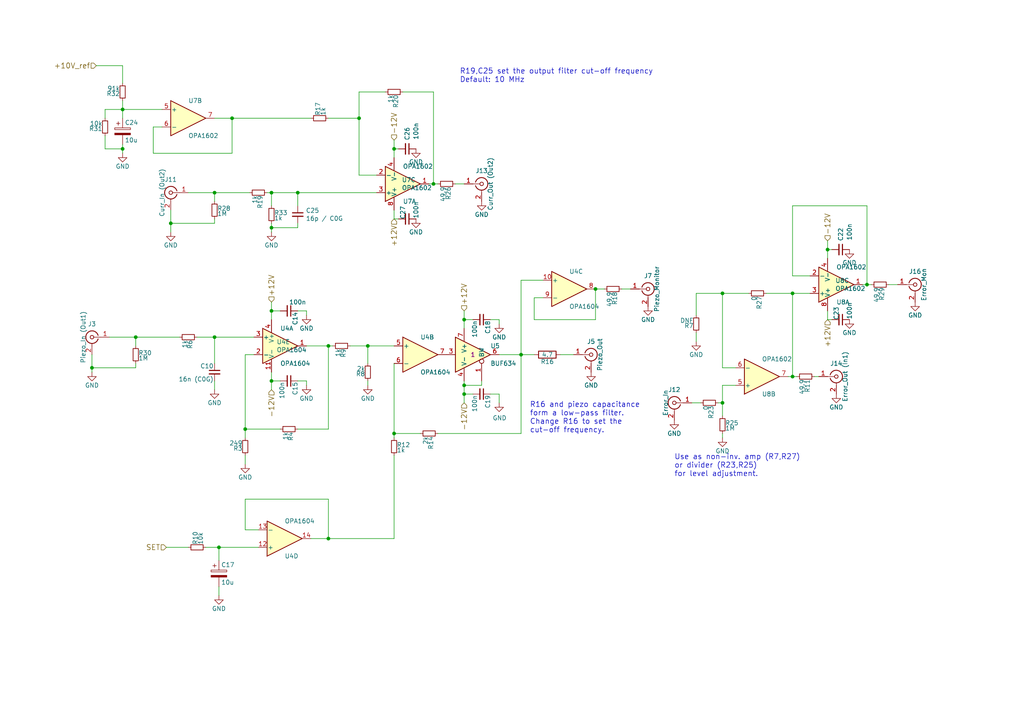
<source format=kicad_sch>
(kicad_sch (version 20230121) (generator eeschema)
  (paper "A4")
  (title_block (title "RedPitaya Lockbox") (date "2023-08-08") (rev "1.6.1") (company "Atoms-Photons-Quanta, Institut für Angewandte Physik, TU Darmstadt") (comment 1 "Tilman Preuschoff"))
  (lib_symbols
    (symbol "Amplifier_Operational:OPA1602" (pin_names (offset 0.127))
      (property "Reference" "U" (at 0 5.08 0))
      (property "Value" "OPA1602" (at 0 -5.08 0))
      (symbol "OPA1602_1_1"
        (polyline (pts (xy -5.08 5.08) (xy 5.08 0) (xy -5.08 -5.08) (xy -5.08 5.08)) (stroke (width 0.254)) (fill (type background)))
        (pin output line (at 7.62 0 180) (length 2.54) (name "~") (number "1"))
        (pin input line (at -7.62 -2.54 0) (length 2.54) (name "-") (number "2"))
        (pin input line (at -7.62 2.54 0) (length 2.54) (name "+") (number "3"))
      )
      (symbol "OPA1602_2_1"
        (polyline (pts (xy -5.08 5.08) (xy 5.08 0) (xy -5.08 -5.08) (xy -5.08 5.08)) (stroke (width 0.254)) (fill (type background)))
        (pin input line (at -7.62 2.54 0) (length 2.54) (name "+") (number "5"))
        (pin input line (at -7.62 -2.54 0) (length 2.54) (name "-") (number "6"))
        (pin output line (at 7.62 0 180) (length 2.54) (name "~") (number "7"))
      )
      (symbol "OPA1602_3_1"
        (pin power_in line (at -2.54 -7.62 90) (length 3.81) (name "V-") (number "4"))
        (pin power_in line (at -2.54 7.62 270) (length 3.81) (name "V+") (number "8"))
      )
    )
    (symbol "Amplifier_Operational:OPA1604" (pin_names (offset 0.127))
      (property "Reference" "U" (at 0 5.08 0))
      (property "Value" "OPA1604" (at 0 -5.08 0))
      (symbol "OPA1604_1_1"
        (polyline (pts (xy -5.08 5.08) (xy 5.08 0) (xy -5.08 -5.08) (xy -5.08 5.08)) (stroke (width 0.254)) (fill (type background)))
        (pin output line (at 7.62 0 180) (length 2.54) (name "~") (number "1"))
        (pin input line (at -7.62 -2.54 0) (length 2.54) (name "-") (number "2"))
        (pin input line (at -7.62 2.54 0) (length 2.54) (name "+") (number "3"))
      )
      (symbol "OPA1604_2_1"
        (polyline (pts (xy -5.08 5.08) (xy 5.08 0) (xy -5.08 -5.08) (xy -5.08 5.08)) (stroke (width 0.254)) (fill (type background)))
        (pin input line (at -7.62 2.54 0) (length 2.54) (name "+") (number "5"))
        (pin input line (at -7.62 -2.54 0) (length 2.54) (name "-") (number "6"))
        (pin output line (at 7.62 0 180) (length 2.54) (name "~") (number "7"))
      )
      (symbol "OPA1604_3_1"
        (polyline (pts (xy -5.08 5.08) (xy 5.08 0) (xy -5.08 -5.08) (xy -5.08 5.08)) (stroke (width 0.254)) (fill (type background)))
        (pin input line (at -7.62 2.54 0) (length 2.54) (name "+") (number "10"))
        (pin output line (at 7.62 0 180) (length 2.54) (name "~") (number "8"))
        (pin input line (at -7.62 -2.54 0) (length 2.54) (name "-") (number "9"))
      )
      (symbol "OPA1604_4_1"
        (polyline (pts (xy -5.08 5.08) (xy 5.08 0) (xy -5.08 -5.08) (xy -5.08 5.08)) (stroke (width 0.254)) (fill (type background)))
        (pin input line (at -7.62 2.54 0) (length 2.54) (name "+") (number "12"))
        (pin input line (at -7.62 -2.54 0) (length 2.54) (name "-") (number "13"))
        (pin output line (at 7.62 0 180) (length 2.54) (name "~") (number "14"))
      )
      (symbol "OPA1604_5_1"
        (pin power_in line (at -2.54 -7.62 90) (length 3.81) (name "V-") (number "11"))
        (pin power_in line (at -2.54 7.62 270) (length 3.81) (name "V+") (number "4"))
      )
    )
    (symbol "Connector:Conn_Coaxial" (pin_names (offset 1.016) hide)
      (property "Reference" "J" (at 0.254 3.048 0))
      (property "Value" "Conn_Coaxial" (at 2.921 0 90))
      (symbol "Conn_Coaxial_0_1"
        (arc (start -1.778 -0.508) (mid 0.2311 -1.8066) (end 1.778 0) (stroke (width 0.254)))
        (polyline (pts (xy -2.54 0) (xy -0.508 0)))
        (polyline (pts (xy 0 -2.54) (xy 0 -1.778)))
        (circle (center 0 0) (radius 0.508) (stroke (width 0.2032)))
        (arc (start 1.778 0) (mid 0.2099 1.8101) (end -1.778 0.508) (stroke (width 0.254)))
      )
      (symbol "Conn_Coaxial_1_1"
        (pin passive line (at -5.08 0 0) (length 2.54) (name "In") (number "1"))
        (pin passive line (at 0 -5.08 90) (length 2.54) (name "Ext") (number "2"))
      )
    )
    (symbol "Device:C_Polarized" (pin_numbers hide) (pin_names (offset 0.254))
      (property "Reference" "C" (at 0.635 2.54 0))
      (property "Value" "C_Polarized" (at 0.635 -2.54 0))
      (symbol "C_Polarized_0_1"
        (rectangle (start -2.286 0.508) (end 2.286 1.016))
        (polyline (pts (xy -1.778 2.286) (xy -0.762 2.286)))
        (polyline (pts (xy -1.27 2.794) (xy -1.27 1.778)))
        (rectangle (start 2.286 -0.508) (end -2.286 -1.016) (fill (type outline)))
      )
      (symbol "C_Polarized_1_1"
        (pin passive line (at 0 3.81 270) (length 2.794) (name "~") (number "1"))
        (pin passive line (at 0 -3.81 90) (length 2.794) (name "~") (number "2"))
      )
    )
    (symbol "Device:C_Small" (pin_numbers hide) (pin_names (offset 0.254) hide)
      (property "Reference" "C" (at 0.254 1.778 0))
      (property "Value" "C_Small" (at 0.254 -2.032 0))
      (symbol "C_Small_0_1"
        (polyline (pts (xy -1.524 -0.508) (xy 1.524 -0.508)) (stroke (width 0.3302)))
        (polyline (pts (xy -1.524 0.508) (xy 1.524 0.508)) (stroke (width 0.3048)))
      )
      (symbol "C_Small_1_1"
        (pin passive line (at 0 2.54 270) (length 2.032) (name "~") (number "1"))
        (pin passive line (at 0 -2.54 90) (length 2.032) (name "~") (number "2"))
      )
    )
    (symbol "Device:R" (pin_numbers hide) (pin_names (offset 0))
      (property "Reference" "R" (at 2.032 0 90))
      (property "Value" "R" (at 0 0 90))
      (symbol "R_0_1"
        (rectangle (start -1.016 -2.54) (end 1.016 2.54) (stroke (width 0.254)))
      )
      (symbol "R_1_1"
        (pin passive line (at 0 3.81 270) (length 1.27) (name "~") (number "1"))
        (pin passive line (at 0 -3.81 90) (length 1.27) (name "~") (number "2"))
      )
    )
    (symbol "Device:R_Small" (pin_numbers hide) (pin_names (offset 0.254) hide)
      (property "Reference" "R" (at 0.762 0.508 0))
      (property "Value" "R_Small" (at 0.762 -1.016 0))
      (symbol "R_Small_0_1"
        (rectangle (start -0.762 1.778) (end 0.762 -1.778) (stroke (width 0.2032)))
      )
      (symbol "R_Small_1_1"
        (pin passive line (at 0 2.54 270) (length 0.762) (name "~") (number "1"))
        (pin passive line (at 0 -2.54 90) (length 0.762) (name "~") (number "2"))
      )
    )
    (symbol "TexasInstruments:BUF634"
      (property "Reference" "U" (at 5.08 2.54 0))
      (property "Value" "BUF634" (at 5.08 -2.54 0))
      (property "Field4" "1" (at 0 0 0))
      (symbol "BUF634_0_1"
        (polyline (pts (xy 5.08 0) (xy -5.08 5.08) (xy -5.08 -5.08) (xy 5.08 0)) (stroke (width 0.254)) (fill (type background)))
        (pin power_in line (at -2.54 -7.62 90) (length 3.81) (name "V-") (number "4"))
        (pin power_in line (at -2.54 7.62 270) (length 3.81) (name "V+") (number "7"))
      )
      (symbol "BUF634_1_1"
        (pin passive inverted (at 2.54 -7.62 90) (length 6.35) (name "BW") (number "1"))
        (pin no_connect line (at 0 5.08 270) (length 2.54) hide (name "") (number "2"))
        (pin input line (at -7.62 0 0) (length 2.54) (name "~") (number "3"))
        (pin no_connect line (at 5.08 2.54 270) (length 2.54) hide (name "") (number "5"))
        (pin output line (at 7.62 0 180) (length 2.54) (name "~") (number "6"))
        (pin no_connect line (at 2.54 3.81 270) (length 2.54) hide (name "") (number "8"))
      )
    )
    (symbol "power:GND" (power) (pin_names (offset 0))
      (property "Value" "GND" (at 0 -3.81 0))
      (symbol "GND_0_1"
        (polyline (pts (xy 0 0) (xy 0 -1.27) (xy 1.27 -1.27) (xy 0 -2.54) (xy -1.27 -1.27) (xy 0 -1.27)))
      )
      (symbol "GND_1_1"
        (pin power_in line (at 0 0 270) (length 0) hide (name "GND") (number "1"))
      )
    )
  )
  (junction (at 67.31 34.29))
  (junction (at 229.87 85.09))
  (junction (at 78.74 90.17))
  (junction (at 86.36 55.88))
  (junction (at 39.37 97.79))
  (junction (at 71.12 124.46))
  (junction (at 35.56 43.18))
  (junction (at 62.23 55.88))
  (junction (at 209.55 116.84))
  (junction (at 26.67 106.68))
  (junction (at 106.68 100.33))
  (junction (at 134.62 114.3))
  (junction (at 134.62 92.71))
  (junction (at 114.3 43.18))
  (junction (at 78.74 66.04))
  (junction (at 114.3 125.73))
  (junction (at 240.03 72.39))
  (junction (at 63.5 158.75))
  (junction (at 134.62 111.76))
  (junction (at 104.14 34.29))
  (junction (at 49.53 64.77))
  (junction (at 172.72 83.82))
  (junction (at 209.55 85.09))
  (junction (at 62.23 97.79))
  (junction (at 125.73 53.34))
  (junction (at 151.13 102.87))
  (junction (at 78.74 110.49))
  (junction (at 229.87 109.22))
  (junction (at 95.25 156.21))
  (junction (at 78.74 55.88))
  (junction (at 35.56 31.75))
  (junction (at 251.46 82.55))
  (junction (at 95.25 100.33))
  (wire (pts (xy 88.9 100.33) (xy 95.25 100.33)))
  (wire (pts (xy 63.5 158.75) (xy 63.5 162.56)))
  (wire (pts (xy 104.14 34.29) (xy 104.14 50.8)))
  (wire (pts (xy 240.03 90.17) (xy 240.03 92.71)))
  (wire (pts (xy 78.74 113.03) (xy 78.74 110.49)))
  (wire (pts (xy 151.13 102.87) (xy 151.13 125.73)))
  (wire (pts (xy 63.5 158.75) (xy 74.93 158.75)))
  (wire (pts (xy 39.37 97.79) (xy 52.07 97.79)))
  (wire (pts (xy 54.61 55.88) (xy 62.23 55.88)))
  (wire (pts (xy 62.23 97.79) (xy 73.66 97.79)))
  (wire (pts (xy 101.6 100.33) (xy 106.68 100.33)))
  (wire (pts (xy 62.23 63.5) (xy 62.23 64.77)))
  (wire (pts (xy 62.23 64.77) (xy 49.53 64.77)))
  (wire (pts (xy 44.45 36.83) (xy 44.45 44.45)))
  (wire (pts (xy 229.87 109.22) (xy 231.14 109.22)))
  (wire (pts (xy 114.3 60.96) (xy 114.3 63.5)))
  (wire (pts (xy 200.66 116.84) (xy 203.2 116.84)))
  (wire (pts (xy 134.62 90.17) (xy 134.62 92.71)))
  (wire (pts (xy 114.3 125.73) (xy 114.3 127)))
  (wire (pts (xy 151.13 102.87) (xy 154.94 102.87)))
  (wire (pts (xy 49.53 64.77) (xy 49.53 67.31)))
  (wire (pts (xy 241.3 92.71) (xy 240.03 92.71)))
  (wire (pts (xy 67.31 34.29) (xy 90.17 34.29)))
  (wire (pts (xy 134.62 111.76) (xy 134.62 114.3)))
  (wire (pts (xy 48.26 158.75) (xy 54.61 158.75)))
  (wire (pts (xy 114.3 125.73) (xy 121.92 125.73)))
  (wire (pts (xy 229.87 59.69) (xy 229.87 80.01)))
  (wire (pts (xy 209.55 125.73) (xy 209.55 127)))
  (wire (pts (xy 139.7 111.76) (xy 139.7 110.49)))
  (wire (pts (xy 151.13 81.28) (xy 151.13 102.87)))
  (wire (pts (xy 151.13 125.73) (xy 127 125.73)))
  (wire (pts (xy 62.23 58.42) (xy 62.23 55.88)))
  (wire (pts (xy 124.46 53.34) (xy 125.73 53.34)))
  (wire (pts (xy 39.37 100.33) (xy 39.37 97.79)))
  (wire (pts (xy 125.73 26.67) (xy 125.73 53.34)))
  (wire (pts (xy 209.55 111.76) (xy 209.55 116.84)))
  (wire (pts (xy 209.55 106.68) (xy 213.36 106.68)))
  (wire (pts (xy 201.93 85.09) (xy 209.55 85.09)))
  (wire (pts (xy 86.36 90.17) (xy 88.9 90.17)))
  (wire (pts (xy 86.36 55.88) (xy 86.36 59.69)))
  (wire (pts (xy 257.81 82.55) (xy 260.35 82.55)))
  (wire (pts (xy 35.56 31.75) (xy 46.99 31.75)))
  (wire (pts (xy 86.36 66.04) (xy 86.36 64.77)))
  (wire (pts (xy 35.56 43.18) (xy 35.56 44.45)))
  (wire (pts (xy 67.31 34.29) (xy 62.23 34.29)))
  (wire (pts (xy 78.74 66.04) (xy 78.74 67.31)))
  (wire (pts (xy 71.12 153.67) (xy 71.12 144.78)))
  (wire (pts (xy 157.48 81.28) (xy 151.13 81.28)))
  (wire (pts (xy 30.48 31.75) (xy 35.56 31.75)))
  (wire (pts (xy 115.57 63.5) (xy 114.3 63.5)))
  (wire (pts (xy 116.84 26.67) (xy 125.73 26.67)))
  (wire (pts (xy 35.56 29.21) (xy 35.56 31.75)))
  (wire (pts (xy 106.68 100.33) (xy 114.3 100.33)))
  (wire (pts (xy 109.22 50.8) (xy 104.14 50.8)))
  (wire (pts (xy 49.53 64.77) (xy 49.53 60.96)))
  (wire (pts (xy 90.17 156.21) (xy 95.25 156.21)))
  (wire (pts (xy 63.5 170.18) (xy 63.5 172.72)))
  (wire (pts (xy 106.68 100.33) (xy 106.68 105.41)))
  (wire (pts (xy 35.56 41.91) (xy 35.56 43.18)))
  (wire (pts (xy 208.28 116.84) (xy 209.55 116.84)))
  (wire (pts (xy 95.25 34.29) (xy 104.14 34.29)))
  (wire (pts (xy 26.67 102.87) (xy 26.67 106.68)))
  (wire (pts (xy 142.24 92.71) (xy 144.78 92.71)))
  (wire (pts (xy 137.16 92.71) (xy 134.62 92.71)))
  (wire (pts (xy 78.74 87.63) (xy 78.74 90.17)))
  (wire (pts (xy 114.3 105.41) (xy 114.3 125.73)))
  (wire (pts (xy 209.55 111.76) (xy 213.36 111.76)))
  (wire (pts (xy 78.74 64.77) (xy 78.74 66.04)))
  (wire (pts (xy 229.87 59.69) (xy 251.46 59.69)))
  (wire (pts (xy 62.23 105.41) (xy 62.23 97.79)))
  (wire (pts (xy 78.74 55.88) (xy 86.36 55.88)))
  (wire (pts (xy 31.75 97.79) (xy 39.37 97.79)))
  (wire (pts (xy 132.08 53.34) (xy 134.62 53.34)))
  (wire (pts (xy 240.03 69.85) (xy 240.03 72.39)))
  (wire (pts (xy 88.9 110.49) (xy 88.9 111.76)))
  (wire (pts (xy 209.55 85.09) (xy 217.17 85.09)))
  (wire (pts (xy 95.25 156.21) (xy 114.3 156.21)))
  (wire (pts (xy 251.46 59.69) (xy 251.46 82.55)))
  (wire (pts (xy 62.23 113.03) (xy 62.23 110.49)))
  (wire (pts (xy 74.93 153.67) (xy 71.12 153.67)))
  (wire (pts (xy 144.78 92.71) (xy 144.78 93.98)))
  (wire (pts (xy 78.74 66.04) (xy 86.36 66.04)))
  (wire (pts (xy 71.12 124.46) (xy 71.12 127)))
  (wire (pts (xy 134.62 116.84) (xy 134.62 114.3)))
  (wire (pts (xy 172.72 83.82) (xy 175.26 83.82)))
  (wire (pts (xy 81.28 110.49) (xy 78.74 110.49)))
  (wire (pts (xy 86.36 124.46) (xy 95.25 124.46)))
  (wire (pts (xy 241.3 72.39) (xy 240.03 72.39)))
  (wire (pts (xy 134.62 92.71) (xy 134.62 95.25)))
  (wire (pts (xy 154.94 92.71) (xy 172.72 92.71)))
  (wire (pts (xy 95.25 124.46) (xy 95.25 100.33)))
  (wire (pts (xy 144.78 102.87) (xy 151.13 102.87)))
  (wire (pts (xy 95.25 144.78) (xy 95.25 156.21)))
  (wire (pts (xy 114.3 45.72) (xy 114.3 43.18)))
  (wire (pts (xy 154.94 86.36) (xy 154.94 92.71)))
  (wire (pts (xy 71.12 132.08) (xy 71.12 134.62)))
  (wire (pts (xy 229.87 109.22) (xy 229.87 85.09)))
  (wire (pts (xy 236.22 109.22) (xy 237.49 109.22)))
  (wire (pts (xy 59.69 158.75) (xy 63.5 158.75)))
  (wire (pts (xy 144.78 114.3) (xy 144.78 116.84)))
  (wire (pts (xy 115.57 43.18) (xy 114.3 43.18)))
  (wire (pts (xy 78.74 92.71) (xy 78.74 90.17)))
  (wire (pts (xy 46.99 36.83) (xy 44.45 36.83)))
  (wire (pts (xy 229.87 85.09) (xy 234.95 85.09)))
  (wire (pts (xy 209.55 106.68) (xy 209.55 85.09)))
  (wire (pts (xy 88.9 90.17) (xy 88.9 91.44)))
  (wire (pts (xy 114.3 40.64) (xy 114.3 43.18)))
  (wire (pts (xy 234.95 80.01) (xy 229.87 80.01)))
  (wire (pts (xy 240.03 74.93) (xy 240.03 72.39)))
  (wire (pts (xy 134.62 111.76) (xy 139.7 111.76)))
  (wire (pts (xy 30.48 39.37) (xy 30.48 43.18)))
  (wire (pts (xy 250.19 82.55) (xy 251.46 82.55)))
  (wire (pts (xy 166.37 102.87) (xy 162.56 102.87)))
  (wire (pts (xy 35.56 19.05) (xy 35.56 24.13)))
  (wire (pts (xy 27.94 19.05) (xy 35.56 19.05)))
  (wire (pts (xy 125.73 53.34) (xy 127 53.34)))
  (wire (pts (xy 39.37 105.41) (xy 39.37 106.68)))
  (wire (pts (xy 26.67 106.68) (xy 26.67 107.95)))
  (wire (pts (xy 182.88 83.82) (xy 180.34 83.82)))
  (wire (pts (xy 114.3 156.21) (xy 114.3 132.08)))
  (wire (pts (xy 78.74 55.88) (xy 78.74 59.69)))
  (wire (pts (xy 201.93 99.06) (xy 201.93 96.52)))
  (wire (pts (xy 157.48 86.36) (xy 154.94 86.36)))
  (wire (pts (xy 209.55 116.84) (xy 209.55 120.65)))
  (wire (pts (xy 228.6 109.22) (xy 229.87 109.22)))
  (wire (pts (xy 104.14 26.67) (xy 104.14 34.29)))
  (wire (pts (xy 86.36 110.49) (xy 88.9 110.49)))
  (wire (pts (xy 71.12 102.87) (xy 71.12 124.46)))
  (wire (pts (xy 201.93 91.44) (xy 201.93 85.09)))
  (wire (pts (xy 67.31 44.45) (xy 67.31 34.29)))
  (wire (pts (xy 57.15 97.79) (xy 62.23 97.79)))
  (wire (pts (xy 172.72 92.71) (xy 172.72 83.82)))
  (wire (pts (xy 30.48 43.18) (xy 35.56 43.18)))
  (wire (pts (xy 251.46 82.55) (xy 252.73 82.55)))
  (wire (pts (xy 137.16 114.3) (xy 134.62 114.3)))
  (wire (pts (xy 30.48 34.29) (xy 30.48 31.75)))
  (wire (pts (xy 71.12 144.78) (xy 95.25 144.78)))
  (wire (pts (xy 73.66 102.87) (xy 71.12 102.87)))
  (wire (pts (xy 78.74 110.49) (xy 78.74 107.95)))
  (wire (pts (xy 62.23 55.88) (xy 72.39 55.88)))
  (wire (pts (xy 134.62 110.49) (xy 134.62 111.76)))
  (wire (pts (xy 35.56 31.75) (xy 35.56 34.29)))
  (wire (pts (xy 86.36 55.88) (xy 109.22 55.88)))
  (wire (pts (xy 81.28 124.46) (xy 71.12 124.46)))
  (wire (pts (xy 81.28 90.17) (xy 78.74 90.17)))
  (wire (pts (xy 77.47 55.88) (xy 78.74 55.88)))
  (wire (pts (xy 222.25 85.09) (xy 229.87 85.09)))
  (wire (pts (xy 95.25 100.33) (xy 96.52 100.33)))
  (wire (pts (xy 142.24 114.3) (xy 144.78 114.3)))
  (wire (pts (xy 39.37 106.68) (xy 26.67 106.68)))
  (wire (pts (xy 104.14 26.67) (xy 111.76 26.67)))
  (wire (pts (xy 106.68 110.49) (xy 106.68 111.76)))
  (wire (pts (xy 44.45 44.45) (xy 67.31 44.45)))
  (text "R19,C25 set the output filter cut-off frequency \nDefault: 10 MHz" (at 133.35 24.13 0) (effects (font (size 1.524 1.524)) (justify left bottom)))
  (text "R16 and piezo capacitance\nform a low-pass filter. \nChange R16 to set the \ncut-off frequency." (at 153.67 125.73 0) (effects (font (size 1.524 1.524)) (justify left bottom)))
  (text "Use as non-inv. amp (R7,R27)\nor divider (R23,R25)\nfor level adjustment." (at 195.58 138.43 0) (effects (font (size 1.524 1.524)) (justify left bottom)))
  (hierarchical_label "+10V_ref" (shape input) (at 27.94 19.05 180) (effects (font (size 1.524 1.524))))
  (hierarchical_label "+12V" (shape input) (at 240.03 92.71 270) (effects (font (size 1.524 1.524))))
  (hierarchical_label "-12V" (shape input) (at 134.62 116.84 270) (effects (font (size 1.524 1.524))))
  (hierarchical_label "-12V" (shape input) (at 114.3 40.64 90) (effects (font (size 1.524 1.524))))
  (hierarchical_label "+12V" (shape input) (at 134.62 90.17 90) (effects (font (size 1.524 1.524))))
  (hierarchical_label "-12V" (shape input) (at 240.03 69.85 90) (effects (font (size 1.524 1.524))))
  (hierarchical_label "+12V" (shape input) (at 114.3 63.5 270) (effects (font (size 1.524 1.524))))
  (hierarchical_label "+12V" (shape input) (at 78.74 87.63 90) (effects (font (size 1.524 1.524))))
  (hierarchical_label "SET" (shape input) (at 48.26 158.75 180) (effects (font (size 1.524 1.524))))
  (hierarchical_label "-12V" (shape input) (at 78.74 113.03 270) (effects (font (size 1.524 1.524))))
  (symbol (lib_id "Amplifier_Operational:OPA1604") (at 121.92 102.87 0) (unit 2)
    (property "Reference" "U4" (at 121.92 97.79 0) (effects (justify left)))
    (property "Value" "OPA1604" (at 121.92 107.95 0) (effects (justify left)))
    (property "Footprint" "Package_SO:SOIC-14_3.9x8.7mm_P1.27mm" (effects hide))
    (property "Datasheet" "http://www.ti.com/lit/ds/symlink/opa1604.pdf" (effects hide))
    (property "MFN" "Texas Instruments" (effects hide))
    (property "PN" "OPA1604AIDR" (effects hide))
  )
  (symbol (lib_id "Device:C_Small") (at 83.82 90.17 270) (unit 1)
    (property "Reference" "C14" (at 85.598 90.424 0) (effects (justify left)))
    (property "Value" "100n" (at 83.82 87.63 90) (effects (justify left)))
    (property "Footprint" "Capacitor_SMD:C_0603_1608Metric" (effects hide))
    (property "MFN" "Kemet" (effects hide))
    (property "PN" "C0603C104K5RECAUTO" (effects hide))
  )
  (symbol (lib_id "power:GND") (at 88.9 91.44 0) (unit 1)
    (property "Reference" "#PWR012" (effects hide))
    (property "Value" "GND" (at 88.9 95.25 0))
  )
  (symbol (lib_id "power:GND") (at 88.9 111.76 0) (unit 1)
    (property "Reference" "#PWR013" (effects hide))
    (property "Value" "GND" (at 88.9 115.57 0))
  )
  (symbol (lib_id "Connector:Conn_Coaxial") (at 26.67 97.79 0) (mirror y) (unit 1)
    (property "Reference" "J3" (at 26.67 93.98 0))
    (property "Value" "Piezo_In (Out1)" (at 24.13 97.79 90))
    (property "Footprint" "Connector_Coaxial:SMA_Amphenol_132134_Vertical" (effects hide))
    (property "MFN" "Amphenol" (effects hide))
    (property "PN" "901-144-8RFX" (effects hide))
  )
  (symbol (lib_id "power:GND") (at 26.67 107.95 0) (unit 1)
    (property "Reference" "#PWR014" (effects hide))
    (property "Value" "GND" (at 26.67 111.76 0))
  )
  (symbol (lib_id "power:GND") (at 62.23 113.03 0) (unit 1)
    (property "Reference" "#PWR015" (effects hide))
    (property "Value" "GND" (at 62.23 116.84 0))
  )
  (symbol (lib_id "TexasInstruments:BUF634") (at 137.16 102.87 0) (unit 1)
    (property "Reference" "U5" (at 142.24 100.33 0) (effects (justify left)))
    (property "Value" "BUF634" (at 142.24 105.41 0) (effects (justify left)))
    (property "Footprint" "Package_SO:SOIC-8_3.9x4.9mm_P1.27mm" (effects hide))
    (property "MFN" "Texas Instruments" (effects hide))
    (property "PN" "BUF634AIDR" (effects hide))
    (property "Field4" "1" (at 137.16 102.87 0))
  )
  (symbol (lib_id "power:GND") (at 144.78 93.98 0) (unit 1)
    (property "Reference" "#PWR016" (effects hide))
    (property "Value" "GND" (at 144.78 97.79 0))
  )
  (symbol (lib_id "Device:R") (at 158.75 102.87 270) (unit 1)
    (property "Reference" "R16" (at 158.75 104.902 90))
    (property "Value" "4.7" (at 158.75 102.87 90))
    (property "Footprint" "Resistor_SMD:R_1210_3225Metric" (effects hide))
    (property "MFN" "Panasonic" (effects hide))
    (property "PN" "ERJ-14YJ4R7U" (effects hide))
  )
  (symbol (lib_id "Connector:Conn_Coaxial") (at 171.45 102.87 0) (unit 1)
    (property "Reference" "J5" (at 171.45 99.06 0))
    (property "Value" "Piezo_Out" (at 173.99 102.87 90))
    (property "Footprint" "Connector_Coaxial:SMA_Amphenol_132134_Vertical" (effects hide))
    (property "MFN" "Amphenol" (effects hide))
    (property "PN" "901-144-8RFX" (effects hide))
  )
  (symbol (lib_id "power:GND") (at 171.45 107.95 0) (unit 1)
    (property "Reference" "#PWR017" (effects hide))
    (property "Value" "GND" (at 171.45 111.76 0))
  )
  (symbol (lib_id "Amplifier_Operational:OPA1604") (at 165.1 83.82 0) (unit 3)
    (property "Reference" "U4" (at 165.1 78.74 0) (effects (justify left)))
    (property "Value" "OPA1604" (at 165.1 88.9 0) (effects (justify left)))
    (property "Footprint" "Package_SO:SOIC-14_3.9x8.7mm_P1.27mm" (effects hide))
    (property "Datasheet" "http://www.ti.com/lit/ds/symlink/opa1604.pdf" (effects hide))
    (property "MFN" "Texas Instruments" (effects hide))
    (property "PN" "OPA1604AIDR" (effects hide))
  )
  (symbol (lib_id "Device:R_Small") (at 177.8 83.82 270) (unit 1)
    (property "Reference" "R18" (at 178.308 84.582 0) (effects (justify left)))
    (property "Value" "49.9" (at 176.784 84.582 0) (effects (justify left)))
    (property "Footprint" "Resistor_SMD:R_1210_3225Metric" (effects hide))
    (property "MFN" "Yageo" (effects hide))
    (property "PN" "RC1210FR-0749R9L" (effects hide))
  )
  (symbol (lib_id "Connector:Conn_Coaxial") (at 187.96 83.82 0) (unit 1)
    (property "Reference" "J7" (at 187.96 80.01 0))
    (property "Value" "Piezo_Monitor" (at 190.5 83.82 90))
    (property "Footprint" "Connector_Coaxial:SMA_Amphenol_132134_Vertical" (effects hide))
    (property "MFN" "Amphenol" (effects hide))
    (property "PN" "901-144-8RFX" (effects hide))
  )
  (symbol (lib_id "power:GND") (at 187.96 88.9 0) (unit 1)
    (property "Reference" "#PWR018" (effects hide))
    (property "Value" "GND" (at 187.96 92.71 0))
  )
  (symbol (lib_id "Amplifier_Operational:OPA1604") (at 81.28 100.33 0) (unit 1)
    (property "Reference" "U4" (at 81.28 95.25 0) (effects (justify left)))
    (property "Value" "OPA1604" (at 81.28 105.41 0) (effects (justify left)))
    (property "Footprint" "Package_SO:SOIC-14_3.9x8.7mm_P1.27mm" (effects hide))
    (property "Datasheet" "http://www.ti.com/lit/ds/symlink/opa1604.pdf" (effects hide))
    (property "MFN" "Texas Instruments" (effects hide))
    (property "PN" "OPA1604AIDR" (effects hide))
  )
  (symbol (lib_id "Device:C_Small") (at 83.82 110.49 270) (unit 1)
    (property "Reference" "C15" (at 85.598 110.744 0) (effects (justify left)))
    (property "Value" "100n" (at 81.788 110.744 0) (effects (justify left)))
    (property "Footprint" "Capacitor_SMD:C_0603_1608Metric" (effects hide))
    (property "MFN" "Kemet" (effects hide))
    (property "PN" "C0603C104K5RECAUTO" (effects hide))
  )
  (symbol (lib_id "Device:R_Small") (at 99.06 100.33 270) (unit 1)
    (property "Reference" "R9" (at 99.568 101.092 0) (effects (justify left)))
    (property "Value" "1k" (at 98.044 101.092 0) (effects (justify left)))
    (property "Footprint" "Resistor_SMD:R_0603_1608Metric" (effects hide))
    (property "MFN" "Susumu" (effects hide))
    (property "PN" "RR0816P-102-D" (effects hide))
  )
  (symbol (lib_id "Device:R_Small") (at 124.46 125.73 270) (unit 1)
    (property "Reference" "R14" (at 124.968 126.492 0) (effects (justify left)))
    (property "Value" "2k" (at 123.444 126.492 0) (effects (justify left)))
    (property "Footprint" "Resistor_SMD:R_0603_1608Metric" (effects hide))
    (property "MFN" "Susumu" (effects hide))
    (property "PN" "RR0816P-202-D" (effects hide))
  )
  (symbol (lib_id "Device:R_Small") (at 114.3 129.54 0) (unit 1)
    (property "Reference" "R12" (at 115.062 129.032 0) (effects (justify left)))
    (property "Value" "1k" (at 115.062 130.556 0) (effects (justify left)))
    (property "Footprint" "Resistor_SMD:R_0603_1608Metric" (effects hide))
    (property "MFN" "Susumu" (effects hide))
    (property "PN" "RR0816P-102-D" (effects hide))
  )
  (symbol (lib_id "power:GND") (at 106.68 111.76 0) (unit 1)
    (property "Reference" "#PWR029" (effects hide))
    (property "Value" "GND" (at 106.68 115.57 0))
  )
  (symbol (lib_id "Connector:Conn_Coaxial") (at 242.57 109.22 0) (unit 1)
    (property "Reference" "J14" (at 242.57 105.41 0))
    (property "Value" "Error_Out (In1)" (at 245.11 109.22 90))
    (property "Footprint" "Connector_Coaxial:SMA_Amphenol_132134_Vertical" (effects hide))
    (property "MFN" "Amphenol" (effects hide))
    (property "PN" "901-144-8RFX" (effects hide))
  )
  (symbol (lib_id "Connector:Conn_Coaxial") (at 195.58 116.84 0) (mirror y) (unit 1)
    (property "Reference" "J12" (at 195.58 113.03 0))
    (property "Value" "Error_In" (at 193.04 116.84 90))
    (property "Footprint" "Connector_Coaxial:SMA_Amphenol_132134_Vertical" (effects hide))
    (property "MFN" "Amphenol" (effects hide))
    (property "PN" "901-144-8RFX" (effects hide))
  )
  (symbol (lib_id "Device:R_Small") (at 205.74 116.84 270) (unit 1)
    (property "Reference" "R23" (at 206.248 117.602 0) (effects (justify left)))
    (property "Value" "0" (at 204.724 117.602 0) (effects (justify left)))
    (property "Footprint" "Resistor_SMD:R_0603_1608Metric" (effects hide))
    (property "MFN" "Vishay" (effects hide))
    (property "PN" "CRCW06030000Z0EB" (effects hide))
  )
  (symbol (lib_id "Device:R_Small") (at 209.55 123.19 0) (unit 1)
    (property "Reference" "R25" (at 210.312 122.682 0) (effects (justify left)))
    (property "Value" "1M" (at 210.312 124.206 0) (effects (justify left)))
    (property "Footprint" "Resistor_SMD:R_0603_1608Metric" (effects hide))
    (property "MFN" "Panasonic" (effects hide))
    (property "PN" "ERJ-3RED1004V" (effects hide))
  )
  (symbol (lib_id "Device:R_Small") (at 219.71 85.09 270) (unit 1)
    (property "Reference" "R27" (at 220.218 85.852 0) (effects (justify left)))
    (property "Value" "0" (at 218.694 85.852 0) (effects (justify left)))
    (property "Footprint" "Resistor_SMD:R_0603_1608Metric" (effects hide))
    (property "MFN" "Vishay" (effects hide))
    (property "PN" "CRCW06030000Z0EB" (effects hide))
  )
  (symbol (lib_id "power:GND") (at 242.57 114.3 0) (unit 1)
    (property "Reference" "#PWR020" (effects hide))
    (property "Value" "GND" (at 242.57 118.11 0))
  )
  (symbol (lib_id "power:GND") (at 209.55 127 0) (unit 1)
    (property "Reference" "#PWR021" (effects hide))
    (property "Value" "GND" (at 209.55 130.81 0))
  )
  (symbol (lib_id "power:GND") (at 195.58 121.92 0) (unit 1)
    (property "Reference" "#PWR022" (effects hide))
    (property "Value" "GND" (at 195.58 125.73 0))
  )
  (symbol (lib_id "Amplifier_Operational:OPA1604") (at 82.55 156.21 0) (mirror x) (unit 4)
    (property "Reference" "U4" (at 82.55 161.29 0) (effects (justify left)))
    (property "Value" "OPA1604" (at 82.55 151.13 0) (effects (justify left)))
    (property "Footprint" "Package_SO:SOIC-14_3.9x8.7mm_P1.27mm" (effects hide))
    (property "Datasheet" "http://www.ti.com/lit/ds/symlink/opa1604.pdf" (effects hide))
    (property "MFN" "Texas Instruments" (effects hide))
    (property "PN" "OPA1604AIDR" (effects hide))
  )
  (symbol (lib_id "Connector:Conn_Coaxial") (at 265.43 82.55 0) (unit 1)
    (property "Reference" "J16" (at 265.43 78.74 0))
    (property "Value" "Error_Mon" (at 267.97 82.55 90))
    (property "Footprint" "Connector_Coaxial:SMA_Amphenol_132134_Vertical" (effects hide))
    (property "MFN" "Amphenol" (effects hide))
    (property "PN" "901-144-8RFX" (effects hide))
  )
  (symbol (lib_id "Device:R_Small") (at 255.27 82.55 270) (unit 1)
    (property "Reference" "R29" (at 255.778 83.312 0) (effects (justify left)))
    (property "Value" "49.9" (at 254.254 83.312 0) (effects (justify left)))
    (property "Footprint" "Resistor_SMD:R_1210_3225Metric" (effects hide))
    (property "MFN" "Yageo" (effects hide))
    (property "PN" "RC1210FR-0749R9L" (effects hide))
  )
  (symbol (lib_id "power:GND") (at 265.43 87.63 0) (unit 1)
    (property "Reference" "#PWR023" (effects hide))
    (property "Value" "GND" (at 265.43 91.44 0))
  )
  (symbol (lib_id "Amplifier_Operational:OPA1602") (at 220.98 109.22 0) (mirror x) (unit 2)
    (property "Reference" "U8" (at 220.98 114.3 0) (effects (justify left)))
    (property "Value" "OPA1602" (at 220.98 104.14 0) (effects (justify left)))
    (property "Footprint" "Package_SO:SOIC-8_3.9x4.9mm_P1.27mm" (effects hide))
    (property "Datasheet" "http://www.ti.com/lit/ds/symlink/opa1604.pdf" (effects hide))
    (property "MFN" "Texas Instruments" (effects hide))
    (property "PN" "OPA1602AIDR" (effects hide))
  )
  (symbol (lib_id "power:GND") (at 246.38 72.39 0) (unit 1)
    (property "Reference" "#PWR024" (effects hide))
    (property "Value" "GND" (at 246.38 76.2 0))
  )
  (symbol (lib_id "power:GND") (at 246.38 92.71 0) (unit 1)
    (property "Reference" "#PWR025" (effects hide))
    (property "Value" "GND" (at 246.38 96.52 0))
  )
  (symbol (lib_id "Device:R_Small") (at 201.93 93.98 180) (unit 1)
    (property "Reference" "R7" (at 201.168 94.488 0) (effects (justify left)))
    (property "Value" "DNF" (at 201.168 92.964 0) (effects (justify left)))
    (property "Footprint" "Resistor_SMD:R_0603_1608Metric" (effects hide))
    (property "Config" "DNF" (effects hide))
  )
  (symbol (lib_id "power:GND") (at 201.93 99.06 0) (unit 1)
    (property "Reference" "#PWR026" (effects hide))
    (property "Value" "GND" (at 201.93 102.87 0))
  )
  (symbol (lib_id "Amplifier_Operational:OPA1602") (at 242.57 82.55 0) (mirror x) (unit 1)
    (property "Reference" "U8" (at 242.57 87.63 0) (effects (justify left)))
    (property "Value" "OPA1602" (at 242.57 77.47 0) (effects (justify left)))
    (property "Footprint" "Package_SO:SOIC-8_3.9x4.9mm_P1.27mm" (effects hide))
    (property "Datasheet" "http://www.ti.com/lit/ds/symlink/opa1604.pdf" (effects hide))
    (property "MFN" "Texas Instruments" (effects hide))
    (property "PN" "OPA1602AIDR" (effects hide))
  )
  (symbol (lib_id "Device:C_Small") (at 62.23 107.95 0) (mirror y) (unit 1)
    (property "Reference" "C10" (at 61.976 106.172 0) (effects (justify left)))
    (property "Value" "16n (C0G)" (at 61.976 109.982 0) (effects (justify left)))
    (property "Footprint" "Capacitor_SMD:C_1206_3216Metric" (effects hide))
    (property "MFN" "Murata Electronics" (effects hide))
    (property "PN" "GRM3195C1H163JA01D" (effects hide))
  )
  (symbol (lib_id "power:GND") (at 63.5 172.72 0) (unit 1)
    (property "Reference" "#PWR027" (effects hide))
    (property "Value" "GND" (at 63.5 176.53 0))
  )
  (symbol (lib_id "Device:R_Small") (at 233.68 109.22 270) (unit 1)
    (property "Reference" "R11" (at 234.188 109.982 0) (effects (justify left)))
    (property "Value" "49.9" (at 232.664 109.982 0) (effects (justify left)))
    (property "Footprint" "Resistor_SMD:R_1210_3225Metric" (effects hide))
    (property "MFN" "Yageo" (effects hide))
    (property "PN" "RC1210FR-0749R9L" (effects hide))
  )
  (symbol (lib_id "Device:C_Small") (at 139.7 114.3 270) (unit 1)
    (property "Reference" "C19" (at 141.478 114.554 0) (effects (justify left)))
    (property "Value" "100n" (at 137.668 114.554 0) (effects (justify left)))
    (property "Footprint" "Capacitor_SMD:C_0603_1608Metric" (effects hide))
    (property "MFN" "Kemet" (effects hide))
    (property "PN" "C0603C104K5RECAUTO" (effects hide))
  )
  (symbol (lib_id "Device:C_Small") (at 139.7 92.71 270) (unit 1)
    (property "Reference" "C18" (at 141.478 92.964 0) (effects (justify left)))
    (property "Value" "100n" (at 137.668 92.964 0) (effects (justify left)))
    (property "Footprint" "Capacitor_SMD:C_0603_1608Metric" (effects hide))
    (property "MFN" "Kemet" (effects hide))
    (property "PN" "C0603C104K5RECAUTO" (effects hide))
  )
  (symbol (lib_id "Device:C_Small") (at 243.84 72.39 270) (unit 1)
    (property "Reference" "C22" (at 243.84 66.04 0) (effects (justify left)))
    (property "Value" "100n" (at 246.38 64.77 0) (effects (justify left)))
    (property "Footprint" "Capacitor_SMD:C_0603_1608Metric" (effects hide))
    (property "MFN" "Kemet" (effects hide))
    (property "PN" "C0603C104K5RECAUTO" (effects hide))
  )
  (symbol (lib_id "Device:C_Small") (at 243.84 92.71 270) (unit 1)
    (property "Reference" "C23" (at 242.57 88.9 0) (effects (justify left)))
    (property "Value" "100n" (at 246.38 87.63 0) (effects (justify left)))
    (property "Footprint" "Capacitor_SMD:C_0603_1608Metric" (effects hide))
    (property "MFN" "Kemet" (effects hide))
    (property "PN" "C0603C104K5RECAUTO" (effects hide))
  )
  (symbol (lib_id "Device:R_Small") (at 57.15 158.75 90) (unit 1)
    (property "Reference" "R10" (at 56.642 157.988 0) (effects (justify left)))
    (property "Value" "10k" (at 58.166 157.988 0) (effects (justify left)))
    (property "Footprint" "Resistor_SMD:R_0603_1608Metric" (effects hide))
    (property "MFN" "Susumu" (effects hide))
    (property "PN" "RR0816P-103-D" (effects hide))
  )
  (symbol (lib_id "Device:C_Polarized") (at 63.5 166.37 0) (unit 1)
    (property "Reference" "C17" (at 64.135 163.83 0) (effects (justify left)))
    (property "Value" "10u" (at 64.135 168.91 0) (effects (justify left)))
    (property "Footprint" "Capacitor_Tantalum_SMD:CP_EIA-3528-21_Kemet-B" (effects hide))
    (property "MFN" "AVX" (effects hide))
    (property "PN" "TCJB106M025R0150" (effects hide))
  )
  (symbol (lib_id "Device:R_Small") (at 54.61 97.79 270) (unit 1)
    (property "Reference" "R6" (at 55.118 98.552 0) (effects (justify left)))
    (property "Value" "1k" (at 53.594 98.552 0) (effects (justify left)))
    (property "Footprint" "Resistor_SMD:R_0603_1608Metric" (effects hide))
    (property "MFN" "Susumu" (effects hide))
    (property "PN" "RR0816P-102-D" (effects hide))
  )
  (symbol (lib_id "Device:R_Small") (at 83.82 124.46 270) (unit 1)
    (property "Reference" "R4" (at 84.328 125.222 0) (effects (justify left)))
    (property "Value" "1k" (at 82.804 125.222 0) (effects (justify left)))
    (property "Footprint" "Resistor_SMD:R_0603_1608Metric" (effects hide))
    (property "MFN" "Susumu" (effects hide))
    (property "PN" "RR0816P-102-D" (effects hide))
  )
  (symbol (lib_id "Device:R_Small") (at 71.12 129.54 180) (unit 1)
    (property "Reference" "R3" (at 70.358 130.048 0) (effects (justify left)))
    (property "Value" "249" (at 70.358 128.524 0) (effects (justify left)))
    (property "Footprint" "Resistor_SMD:R_0603_1608Metric" (effects hide))
    (property "MFN" "Vishay" (effects hide))
    (property "PN" "RCS0603249RFKEA" (effects hide))
  )
  (symbol (lib_id "power:GND") (at 71.12 134.62 0) (unit 1)
    (property "Reference" "#PWR028" (effects hide))
    (property "Value" "GND" (at 71.12 138.43 0))
  )
  (symbol (lib_id "power:GND") (at 144.78 116.84 0) (unit 1)
    (property "Reference" "#PWR0106" (effects hide))
    (property "Value" "GND" (at 144.907 121.2342 0))
  )
  (symbol (lib_id "Device:R_Small") (at 106.68 107.95 180) (unit 1)
    (property "Reference" "R8" (at 105.918 108.458 0) (effects (justify left)))
    (property "Value" "2k" (at 105.918 106.934 0) (effects (justify left)))
    (property "Footprint" "Resistor_SMD:R_0603_1608Metric" (effects hide))
    (property "MFN" "Susumu" (effects hide))
    (property "PN" "RR0816P-202-D" (effects hide))
  )
  (symbol (lib_id "Amplifier_Operational:OPA1604") (at 81.28 100.33 0) (unit 5)
    (property "Reference" "U4" (at 80.2132 99.1616 0) (effects (justify left)))
    (property "Value" "OPA1604" (at 80.2132 101.473 0) (effects (justify left)))
    (property "Footprint" "Package_SO:SOIC-14_3.9x8.7mm_P1.27mm" (effects hide))
    (property "Datasheet" "http://www.ti.com/lit/ds/symlink/opa1604.pdf" (effects hide))
    (property "MFN" "Texas Instruments" (effects hide))
    (property "PN" "OPA1604AIDR" (effects hide))
  )
  (symbol (lib_id "Amplifier_Operational:OPA1602") (at 237.49 82.55 180) (unit 3)
    (property "Reference" "U8" (at 242.2652 81.3816 0) (effects (justify right)))
    (property "Value" "OPA1602" (at 242.2652 83.693 0) (effects (justify right)))
    (property "Footprint" "Package_SO:SOIC-8_3.9x4.9mm_P1.27mm" (effects hide))
    (property "Datasheet" "http://www.ti.com/lit/ds/symlink/opa1604.pdf" (effects hide))
    (property "MFN" "Texas Instruments" (effects hide))
    (property "PN" "OPA1602AIDR" (effects hide))
  )
  (symbol (lib_id "Connector:Conn_Coaxial") (at 49.53 55.88 0) (mirror y) (unit 1)
    (property "Reference" "J11" (at 49.53 52.07 0))
    (property "Value" "Curr_In (Out2)" (at 46.99 55.88 90))
    (property "Footprint" "Connector_Coaxial:SMA_Amphenol_132134_Vertical" (effects hide))
    (property "MFN" "Amphenol" (effects hide))
    (property "PN" "901-144-8RFX" (effects hide))
  )
  (symbol (lib_id "power:GND") (at 78.74 67.31 0) (unit 1)
    (property "Reference" "#PWR0112" (effects hide))
    (property "Value" "GND" (at 78.74 71.12 0))
  )
  (symbol (lib_id "power:GND") (at 49.53 67.31 0) (unit 1)
    (property "Reference" "#PWR0113" (effects hide))
    (property "Value" "GND" (at 49.53 71.12 0))
  )
  (symbol (lib_id "Connector:Conn_Coaxial") (at 139.7 53.34 0) (unit 1)
    (property "Reference" "J13" (at 139.7 49.53 0))
    (property "Value" "Curr_Out (Out2)" (at 142.24 53.34 90))
    (property "Footprint" "Connector_Coaxial:SMA_Amphenol_132134_Vertical" (effects hide))
    (property "MFN" "Amphenol" (effects hide))
    (property "PN" "901-144-8RFX" (effects hide))
  )
  (symbol (lib_id "Device:R_Small") (at 129.54 53.34 270) (unit 1)
    (property "Reference" "R26" (at 130.048 54.102 0) (effects (justify left)))
    (property "Value" "49.9" (at 128.524 54.102 0) (effects (justify left)))
    (property "Footprint" "Resistor_SMD:R_1210_3225Metric" (effects hide))
    (property "MFN" "Yageo" (effects hide))
    (property "PN" "RC1210FR-0749R9L" (effects hide))
  )
  (symbol (lib_id "power:GND") (at 139.7 58.42 0) (unit 1)
    (property "Reference" "#PWR0114" (effects hide))
    (property "Value" "GND" (at 139.7 62.23 0))
  )
  (symbol (lib_id "Amplifier_Operational:OPA1602") (at 54.61 34.29 0) (unit 2)
    (property "Reference" "U7" (at 54.61 29.21 0) (effects (justify left)))
    (property "Value" "OPA1602" (at 54.61 39.37 0) (effects (justify left)))
    (property "Footprint" "Package_SO:SOIC-8_3.9x4.9mm_P1.27mm" (effects hide))
    (property "Datasheet" "http://www.ti.com/lit/ds/symlink/opa1604.pdf" (effects hide))
    (property "MFN" "Texas Instruments" (effects hide))
    (property "PN" "OPA1602AIDR" (effects hide))
  )
  (symbol (lib_id "power:GND") (at 120.65 43.18 0) (unit 1)
    (property "Reference" "#PWR0115" (effects hide))
    (property "Value" "GND" (at 120.65 46.99 0))
  )
  (symbol (lib_id "power:GND") (at 120.65 63.5 0) (unit 1)
    (property "Reference" "#PWR0116" (effects hide))
    (property "Value" "GND" (at 120.65 67.31 0))
  )
  (symbol (lib_id "power:GND") (at 35.56 44.45 0) (unit 1)
    (property "Reference" "#PWR0117" (effects hide))
    (property "Value" "GND" (at 35.56 48.26 0))
  )
  (symbol (lib_id "Amplifier_Operational:OPA1602") (at 116.84 53.34 0) (mirror x) (unit 1)
    (property "Reference" "U7" (at 116.84 58.42 0) (effects (justify left)))
    (property "Value" "OPA1602" (at 116.84 48.26 0) (effects (justify left)))
    (property "Footprint" "Package_SO:SOIC-8_3.9x4.9mm_P1.27mm" (effects hide))
    (property "Datasheet" "http://www.ti.com/lit/ds/symlink/opa1604.pdf" (effects hide))
    (property "MFN" "Texas Instruments" (effects hide))
    (property "PN" "OPA1602AIDR" (effects hide))
  )
  (symbol (lib_id "Device:C_Small") (at 118.11 43.18 270) (unit 1)
    (property "Reference" "C26" (at 118.11 36.83 0) (effects (justify left)))
    (property "Value" "100n" (at 120.65 35.56 0) (effects (justify left)))
    (property "Footprint" "Capacitor_SMD:C_0603_1608Metric" (effects hide))
    (property "MFN" "Kemet" (effects hide))
    (property "PN" "C0603C104K5RECAUTO" (effects hide))
  )
  (symbol (lib_id "Device:C_Small") (at 118.11 63.5 270) (unit 1)
    (property "Reference" "C27" (at 116.84 59.69 0) (effects (justify left)))
    (property "Value" "100n" (at 120.65 58.42 0) (effects (justify left)))
    (property "Footprint" "Capacitor_SMD:C_0603_1608Metric" (effects hide))
    (property "MFN" "Kemet" (effects hide))
    (property "PN" "C0603C104K5RECAUTO" (effects hide))
  )
  (symbol (lib_id "Amplifier_Operational:OPA1602") (at 111.76 53.34 180) (unit 3)
    (property "Reference" "U7" (at 116.5352 52.1716 0) (effects (justify right)))
    (property "Value" "OPA1602" (at 116.5352 54.483 0) (effects (justify right)))
    (property "Footprint" "Package_SO:SOIC-8_3.9x4.9mm_P1.27mm" (effects hide))
    (property "Datasheet" "http://www.ti.com/lit/ds/symlink/opa1604.pdf" (effects hide))
    (property "MFN" "Texas Instruments" (effects hide))
    (property "PN" "OPA1602AIDR" (effects hide))
  )
  (symbol (lib_id "Device:C_Small") (at 86.36 62.23 0) (unit 1)
    (property "Reference" "C25" (at 88.6968 61.0616 0) (effects (justify left)))
    (property "Value" "16p / C0G" (at 88.6968 63.373 0) (effects (justify left)))
    (property "Footprint" "Capacitor_SMD:C_0603_1608Metric" (effects hide))
    (property "MFN" "Murata Electronics" (effects hide))
    (property "PN" "GCM1885C2A160JA16D" (effects hide))
  )
  (symbol (lib_id "Device:R_Small") (at 62.23 60.96 0) (unit 1)
    (property "Reference" "R28" (at 62.992 60.452 0) (effects (justify left)))
    (property "Value" "1M" (at 62.992 61.976 0) (effects (justify left)))
    (property "Footprint" "Resistor_SMD:R_0603_1608Metric" (effects hide))
    (property "MFN" "Panasonic" (effects hide))
    (property "PN" "ERJ-3RED1004V" (effects hide))
  )
  (symbol (lib_id "Device:R_Small") (at 39.37 102.87 0) (unit 1)
    (property "Reference" "R30" (at 40.132 102.362 0) (effects (justify left)))
    (property "Value" "1M" (at 40.132 103.886 0) (effects (justify left)))
    (property "Footprint" "Resistor_SMD:R_0603_1608Metric" (effects hide))
    (property "MFN" "Panasonic" (effects hide))
    (property "PN" "ERJ-3RED1004V" (effects hide))
  )
  (symbol (lib_id "Device:R_Small") (at 78.74 62.23 0) (unit 1)
    (property "Reference" "R33" (at 79.502 61.722 0) (effects (justify left)))
    (property "Value" "1k" (at 79.502 63.246 0) (effects (justify left)))
    (property "Footprint" "Resistor_SMD:R_0603_1608Metric" (effects hide))
    (property "MFN" "Susumu" (effects hide))
    (property "PN" "RR0816P-102-D" (effects hide))
  )
  (symbol (lib_id "Device:R_Small") (at 114.3 26.67 270) (unit 1)
    (property "Reference" "R20" (at 114.808 27.432 0) (effects (justify left)))
    (property "Value" "1k" (at 113.284 27.432 0) (effects (justify left)))
    (property "Footprint" "Resistor_SMD:R_0603_1608Metric" (effects hide))
    (property "MFN" "Susumu" (effects hide))
    (property "PN" "RR0816P-102-D" (effects hide))
  )
  (symbol (lib_id "Device:R_Small") (at 35.56 26.67 180) (unit 1)
    (property "Reference" "R32" (at 34.798 27.178 0) (effects (justify left)))
    (property "Value" "91k" (at 34.798 25.654 0) (effects (justify left)))
    (property "Footprint" "Resistor_SMD:R_0603_1608Metric" (effects hide))
    (property "MFN" "Susumu" (effects hide))
    (property "PN" "RR0816P-913-D" (effects hide))
  )
  (symbol (lib_id "Device:R_Small") (at 92.71 34.29 90) (unit 1)
    (property "Reference" "R17" (at 92.202 33.528 0) (effects (justify left)))
    (property "Value" "1k" (at 93.726 33.528 0) (effects (justify left)))
    (property "Footprint" "Resistor_SMD:R_0603_1608Metric" (effects hide))
    (property "MFN" "Susumu" (effects hide))
    (property "PN" "RR0816P-102-D" (effects hide))
  )
  (symbol (lib_id "Device:C_Polarized") (at 35.56 38.1 0) (unit 1)
    (property "Reference" "C24" (at 36.195 35.56 0) (effects (justify left)))
    (property "Value" "10u" (at 36.195 40.64 0) (effects (justify left)))
    (property "Footprint" "Capacitor_Tantalum_SMD:CP_EIA-3528-21_Kemet-B" (effects hide))
    (property "MFN" "AVX" (effects hide))
    (property "PN" "TCJB106M025R0150" (effects hide))
  )
  (symbol (lib_id "Device:R_Small") (at 30.48 36.83 180) (unit 1)
    (property "Reference" "R31" (at 29.718 37.338 0) (effects (justify left)))
    (property "Value" "10k" (at 29.718 35.814 0) (effects (justify left)))
    (property "Footprint" "Resistor_SMD:R_0603_1608Metric" (effects hide))
    (property "MFN" "Susumu" (effects hide))
    (property "PN" "RR0816P-103-D" (effects hide))
  )
  (symbol (lib_id "Device:R_Small") (at 74.93 55.88 270) (unit 1)
    (property "Reference" "R19" (at 75.438 56.642 0) (effects (justify left)))
    (property "Value" "1k" (at 73.914 56.642 0) (effects (justify left)))
    (property "Footprint" "Resistor_SMD:R_0603_1608Metric" (effects hide))
    (property "MFN" "Susumu" (effects hide))
    (property "PN" "RR0816P-102-D" (effects hide))
  )
)
</source>
